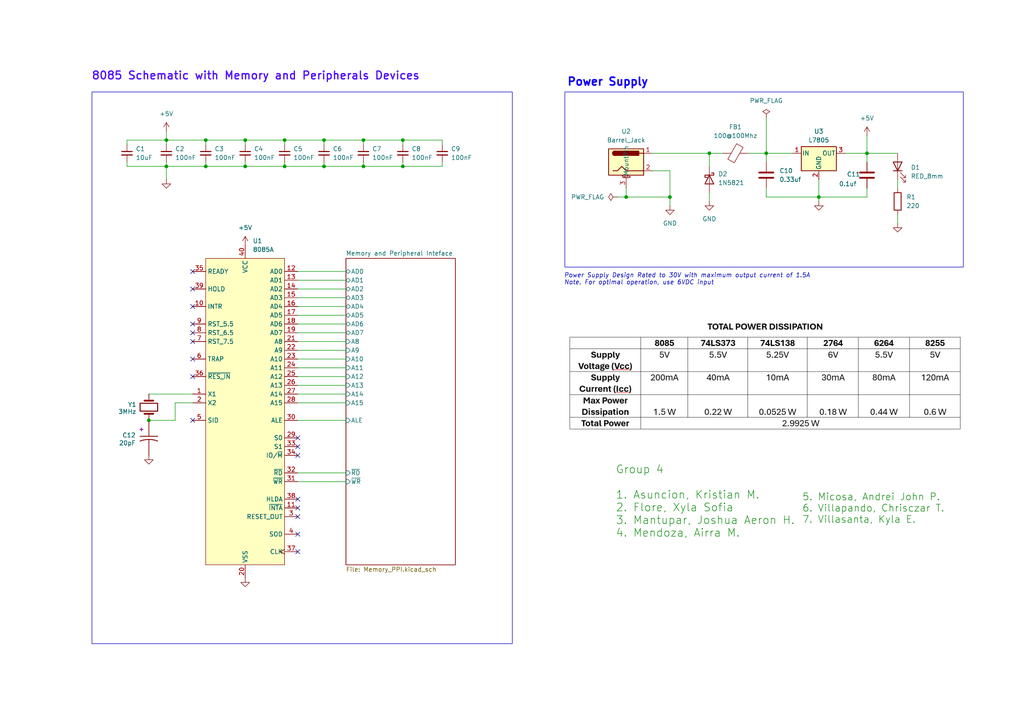
<source format=kicad_sch>
(kicad_sch (version 20231120) (generator "eeschema") (generator_version "8.0")
  (paper "A4")
  (title_block (title "8085 Schematic with Memory and Peripherals Devies") (date "2024-04-23"))
  (lib_symbols
    (symbol "Barrel_Jack:Barrel_Jack"
      (property "Reference" "U" (at 2.286 7.366 0))
      (property "Value" "Barrel_Jack" (at 7.112 5.334 0))
      (symbol "Barrel_Jack_0_1"
        (rectangle (start -5.08 3.81) (end 5.08 -3.81) (stroke (width 0.254)) (fill (type background)))
        (arc (start -3.302 3.175) (mid -3.9343 2.54) (end -3.302 1.905) (stroke (width 0.254)))
        (arc (start -3.302 3.175) (mid -3.9343 2.54) (end -3.302 1.905) (stroke (width 0.254)) (fill (type outline)))
        (polyline (pts (xy 5.08 2.54) (xy 3.81 2.54)) (stroke (width 0.254)))
        (polyline (pts (xy -3.81 -2.54) (xy -2.54 -2.54) (xy -1.27 -1.27) (xy 0 -2.54) (xy 2.54 -2.54) (xy 5.08 -2.54)) (stroke (width 0.254)))
        (rectangle (start 3.683 3.175) (end -3.302 1.905) (stroke (width 0.254)) (fill (type outline)))
      )
      (symbol "Barrel_Jack_1_1"
        (polyline (pts (xy -1.016 -4.572) (xy 1.016 -4.572)) (stroke (width 0.1524)))
        (text "Mounting" (at 0 -4.191 0) (effects (font (size 0.381 0.381))))
        (pin passive line (at 7.62 2.54 180) (length 2.54) (name "~") (number "1"))
        (pin passive line (at 7.62 -2.54 180) (length 2.54) (name "~") (number "2"))
        (pin passive line (at 0 -7.62 90) (length 3.048) (name "MountPin") (number "3"))
      )
    )
    (symbol "Device:C" (pin_numbers hide) (pin_names (offset 0.254))
      (property "Reference" "C" (at 0.635 2.54 0))
      (property "Value" "C" (at 0.635 -2.54 0))
      (symbol "C_0_1"
        (polyline (pts (xy -2.032 -0.762) (xy 2.032 -0.762)) (stroke (width 0.508)))
        (polyline (pts (xy -2.032 0.762) (xy 2.032 0.762)) (stroke (width 0.508)))
      )
      (symbol "C_1_1"
        (pin passive line (at 0 3.81 270) (length 2.794) (name "~") (number "1"))
        (pin passive line (at 0 -3.81 90) (length 2.794) (name "~") (number "2"))
      )
    )
    (symbol "Device:C_Small" (pin_numbers hide) (pin_names (offset 0.254) hide)
      (property "Reference" "C" (at 0.254 1.778 0))
      (property "Value" "C_Small" (at 0.254 -2.032 0))
      (symbol "C_Small_0_1"
        (polyline (pts (xy -1.524 -0.508) (xy 1.524 -0.508)) (stroke (width 0.3302)))
        (polyline (pts (xy -1.524 0.508) (xy 1.524 0.508)) (stroke (width 0.3048)))
      )
      (symbol "C_Small_1_1"
        (pin passive line (at 0 2.54 270) (length 2.032) (name "~") (number "1"))
        (pin passive line (at 0 -2.54 90) (length 2.032) (name "~") (number "2"))
      )
    )
    (symbol "Device:Crystal" (pin_numbers hide) (pin_names (offset 1.016) hide)
      (property "Reference" "Y" (at 0 3.81 0))
      (property "Value" "Crystal" (at 0 -3.81 0))
      (symbol "Crystal_0_1"
        (rectangle (start -1.143 2.54) (end 1.143 -2.54) (stroke (width 0.3048)))
        (polyline (pts (xy -2.54 0) (xy -1.905 0)))
        (polyline (pts (xy -1.905 -1.27) (xy -1.905 1.27)) (stroke (width 0.508)))
        (polyline (pts (xy 1.905 -1.27) (xy 1.905 1.27)) (stroke (width 0.508)))
        (polyline (pts (xy 2.54 0) (xy 1.905 0)))
      )
      (symbol "Crystal_1_1"
        (pin passive line (at -3.81 0 0) (length 1.27) (name "1") (number "1"))
        (pin passive line (at 3.81 0 180) (length 1.27) (name "2") (number "2"))
      )
    )
    (symbol "Device:FerriteBead" (pin_numbers hide) (pin_names (offset 0))
      (property "Reference" "FB" (at -3.81 0.635 90))
      (property "Value" "FerriteBead" (at 3.81 0 90))
      (symbol "FerriteBead_0_1"
        (polyline (pts (xy 0 -1.27) (xy 0 -1.2192)))
        (polyline (pts (xy 0 1.27) (xy 0 1.2954)))
        (polyline (pts (xy -2.7686 0.4064) (xy -1.7018 2.2606) (xy 2.7686 -0.3048) (xy 1.6764 -2.159) (xy -2.7686 0.4064)))
      )
      (symbol "FerriteBead_1_1"
        (pin passive line (at 0 3.81 270) (length 2.54) (name "~") (number "1"))
        (pin passive line (at 0 -3.81 90) (length 2.54) (name "~") (number "2"))
      )
    )
    (symbol "Device:LED" (pin_numbers hide) (pin_names (offset 1.016) hide)
      (property "Reference" "D" (at 0 2.54 0))
      (property "Value" "LED" (at 0 -2.54 0))
      (symbol "LED_0_1"
        (polyline (pts (xy -1.27 -1.27) (xy -1.27 1.27)) (stroke (width 0.254)))
        (polyline (pts (xy -1.27 0) (xy 1.27 0)))
        (polyline (pts (xy 1.27 -1.27) (xy 1.27 1.27) (xy -1.27 0) (xy 1.27 -1.27)) (stroke (width 0.254)))
        (polyline (pts (xy -3.048 -0.762) (xy -4.572 -2.286) (xy -3.81 -2.286) (xy -4.572 -2.286) (xy -4.572 -1.524)))
        (polyline (pts (xy -1.778 -0.762) (xy -3.302 -2.286) (xy -2.54 -2.286) (xy -3.302 -2.286) (xy -3.302 -1.524)))
      )
      (symbol "LED_1_1"
        (pin passive line (at -3.81 0 0) (length 2.54) (name "K") (number "1"))
        (pin passive line (at 3.81 0 180) (length 2.54) (name "A") (number "2"))
      )
    )
    (symbol "Device:R" (pin_numbers hide) (pin_names (offset 0))
      (property "Reference" "R" (at 2.032 0 90))
      (property "Value" "R" (at 0 0 90))
      (symbol "R_0_1"
        (rectangle (start -1.016 -2.54) (end 1.016 2.54) (stroke (width 0.254)))
      )
      (symbol "R_1_1"
        (pin passive line (at 0 3.81 270) (length 1.27) (name "~") (number "1"))
        (pin passive line (at 0 -3.81 90) (length 1.27) (name "~") (number "2"))
      )
    )
    (symbol "Diode:1N5821" (pin_numbers hide) (pin_names (offset 1.016) hide)
      (property "Reference" "D" (at 0 2.54 0))
      (property "Value" "1N5821" (at 0 -2.54 0))
      (symbol "1N5821_0_1"
        (polyline (pts (xy 1.27 0) (xy -1.27 0)))
        (polyline (pts (xy 1.27 1.27) (xy 1.27 -1.27) (xy -1.27 0) (xy 1.27 1.27)) (stroke (width 0.254)))
        (polyline (pts (xy -1.905 0.635) (xy -1.905 1.27) (xy -1.27 1.27) (xy -1.27 -1.27) (xy -0.635 -1.27) (xy -0.635 -0.635)) (stroke (width 0.254)))
      )
      (symbol "1N5821_1_1"
        (pin passive line (at -3.81 0 0) (length 2.54) (name "K") (number "1"))
        (pin passive line (at 3.81 0 180) (length 2.54) (name "A") (number "2"))
      )
    )
    (symbol "Intel_8085:8085"
      (property "Reference" "U" (at 8.636 45.466 0))
      (property "Value" "8085A" (at -10.16 36.83 0))
      (symbol "8085_0_1"
        (rectangle (start -11.43 44.45) (end 11.43 -44.45) (fill (type background)))
      )
      (symbol "8085_1_0"
        (pin input line (at -15.24 5.08 0) (length 3.81) (name "X1") (number "1"))
        (pin input line (at -15.24 30.48 0) (length 3.81) (name "INTR") (number "10"))
        (pin output line (at 15.24 -27.94 180) (length 3.81) (name "~{INTA}") (number "11"))
        (pin bidirectional line (at 15.24 40.64 180) (length 3.81) (name "AD0") (number "12"))
        (pin bidirectional line (at 15.24 38.1 180) (length 3.81) (name "AD1") (number "13"))
        (pin bidirectional line (at 15.24 35.56 180) (length 3.81) (name "AD2") (number "14"))
        (pin bidirectional line (at 15.24 33.02 180) (length 3.81) (name "AD3") (number "15"))
        (pin bidirectional line (at 15.24 30.48 180) (length 3.81) (name "AD4") (number "16"))
        (pin bidirectional line (at 15.24 27.94 180) (length 3.81) (name "AD5") (number "17"))
        (pin bidirectional line (at 15.24 25.4 180) (length 3.81) (name "AD6") (number "18"))
        (pin bidirectional line (at 15.24 22.86 180) (length 3.81) (name "AD7") (number "19"))
        (pin input line (at -15.24 2.54 0) (length 3.81) (name "X2") (number "2"))
        (pin power_in line (at 0 -48.26 90) (length 3.81) (name "VSS") (number "20"))
        (pin output line (at 15.24 20.32 180) (length 3.81) (name "A8") (number "21"))
        (pin output line (at 15.24 17.78 180) (length 3.81) (name "A9") (number "22"))
        (pin output line (at 15.24 15.24 180) (length 3.81) (name "A10") (number "23"))
        (pin output line (at 15.24 12.7 180) (length 3.81) (name "A11") (number "24"))
        (pin output line (at 15.24 10.16 180) (length 3.81) (name "A12") (number "25"))
        (pin output line (at 15.24 7.62 180) (length 3.81) (name "A13") (number "26"))
        (pin output line (at 15.24 5.08 180) (length 3.81) (name "A14") (number "27"))
        (pin output line (at 15.24 2.54 180) (length 3.81) (name "A15") (number "28"))
        (pin output line (at 15.24 -7.62 180) (length 3.81) (name "S0") (number "29"))
        (pin output line (at 15.24 -30.48 180) (length 3.81) (name "RESET_OUT") (number "3"))
        (pin output line (at 15.24 -2.54 180) (length 3.81) (name "ALE") (number "30"))
        (pin output line (at 15.24 -20.32 180) (length 3.81) (name "~{WR}") (number "31"))
        (pin output line (at 15.24 -17.78 180) (length 3.81) (name "~{RD}") (number "32"))
        (pin output line (at 15.24 -10.16 180) (length 3.81) (name "S1") (number "33"))
        (pin input line (at 15.24 -12.7 180) (length 3.81) (name "IO/~{M}") (number "34"))
        (pin input line (at -15.24 40.64 0) (length 3.81) (name "READY") (number "35"))
        (pin input line (at -15.24 10.16 0) (length 3.81) (name "~{RES_IN}") (number "36"))
        (pin output clock (at 15.24 -40.64 180) (length 3.81) (name "CLK") (number "37"))
        (pin output line (at 15.24 -25.4 180) (length 3.81) (name "HLDA") (number "38"))
        (pin input line (at -15.24 35.56 0) (length 3.81) (name "HOLD") (number "39"))
        (pin output line (at 15.24 -35.56 180) (length 3.81) (name "SOD") (number "4"))
        (pin power_in line (at 0 48.26 270) (length 3.81) (name "VCC") (number "40"))
        (pin input line (at -15.24 -2.54 0) (length 3.81) (name "SID") (number "5"))
        (pin input line (at -15.24 15.24 0) (length 3.81) (name "TRAP") (number "6"))
        (pin input line (at -15.24 20.32 0) (length 3.81) (name "RST_7.5") (number "7"))
        (pin input line (at -15.24 22.86 0) (length 3.81) (name "RST_6.5") (number "8"))
        (pin input line (at -15.24 25.4 0) (length 3.81) (name "RST_5.5") (number "9"))
      )
    )
    (symbol "PCM_Generic:C,IEEE" (pin_numbers hide) (pin_names (offset 0) hide)
      (property "Reference" "C" (at 2.54 2.54 0))
      (property "Value" "C,IEEE" (at 2.54 -2.54 0))
      (property "Indicator" "+" (at -2.54 2.54 0))
      (symbol "C,IEEE_1_1"
        (polyline (pts (xy -2.54 0.4572) (xy 2.54 0.4572)) (stroke (width 0.254)))
        (arc (start 2.54 -0.9144) (mid 0 -0.4576) (end -2.54 -0.9144) (stroke (width 0.254)))
        (pin passive line (at 0 5.08 270) (length 4.6228) (name "+") (number "1"))
        (pin passive line (at 0 -5.08 90) (length 4.6228) (name "-") (number "2"))
      )
    )
    (symbol "Regulator_Linear:L7805" (pin_names (offset 0.254))
      (property "Reference" "U" (at -3.81 3.175 0))
      (property "Value" "L7805" (at 0 3.175 0))
      (symbol "L7805_0_1"
        (rectangle (start -5.08 1.905) (end 5.08 -5.08) (stroke (width 0.254)) (fill (type background)))
      )
      (symbol "L7805_1_1"
        (pin power_in line (at -7.62 0 0) (length 2.54) (name "IN") (number "1"))
        (pin power_in line (at 0 -7.62 90) (length 2.54) (name "GND") (number "2"))
        (pin power_out line (at 7.62 0 180) (length 2.54) (name "OUT") (number "3"))
      )
    )
    (symbol "power:+5V" (power) (pin_numbers hide) (pin_names (offset 0) hide)
      (property "Value" "+5V" (at 0 3.556 0))
      (symbol "+5V_0_1"
        (polyline (pts (xy -0.762 1.27) (xy 0 2.54)))
        (polyline (pts (xy 0 0) (xy 0 2.54)))
        (polyline (pts (xy 0 2.54) (xy 0.762 1.27)))
      )
      (symbol "+5V_1_1"
        (pin power_in line (at 0 0 90) (length 0) (name "~") (number "1"))
      )
    )
    (symbol "power:GND" (power) (pin_numbers hide) (pin_names (offset 0) hide)
      (property "Value" "GND" (at 0 -3.81 0))
      (symbol "GND_0_1"
        (polyline (pts (xy 0 0) (xy 0 -1.27) (xy 1.27 -1.27) (xy 0 -2.54) (xy -1.27 -1.27) (xy 0 -1.27)))
      )
      (symbol "GND_1_1"
        (pin power_in line (at 0 0 270) (length 0) (name "~") (number "1"))
      )
    )
    (symbol "power:PWR_FLAG" (power) (pin_numbers hide) (pin_names (offset 0) hide)
      (property "Value" "PWR_FLAG" (at 0 3.81 0))
      (symbol "PWR_FLAG_0_0"
        (pin power_out line (at 0 0 90) (length 0) (name "~") (number "1"))
      )
      (symbol "PWR_FLAG_0_1"
        (polyline (pts (xy 0 0) (xy 0 1.27) (xy -1.016 1.905) (xy 0 2.54) (xy 1.016 1.905) (xy 0 1.27)))
      )
    )
    (symbol "power:VCC" (power) (pin_numbers hide) (pin_names (offset 0) hide)
      (property "Value" "VCC" (at 0 3.556 0))
      (symbol "VCC_0_1"
        (polyline (pts (xy -0.762 1.27) (xy 0 2.54)))
        (polyline (pts (xy 0 0) (xy 0 2.54)))
        (polyline (pts (xy 0 2.54) (xy 0.762 1.27)))
      )
      (symbol "VCC_1_1"
        (pin power_in line (at 0 0 90) (length 0) (name "~") (number "1"))
      )
    )
  )
  (junction (at 205.74 44.45))
  (junction (at 105.41 40.64))
  (junction (at 82.55 40.64))
  (junction (at 116.84 48.26))
  (junction (at 251.46 44.45))
  (junction (at 71.12 40.64))
  (junction (at 59.69 48.26))
  (junction (at 194.31 57.15))
  (junction (at 43.18 121.92))
  (junction (at 181.61 57.15))
  (junction (at 82.55 48.26))
  (junction (at 59.69 40.64))
  (junction (at 48.26 40.64))
  (junction (at 237.49 57.15))
  (junction (at 93.98 48.26))
  (junction (at 116.84 40.64))
  (junction (at 71.12 48.26))
  (junction (at 48.26 48.26))
  (junction (at 93.98 40.64))
  (junction (at 222.25 44.45))
  (junction (at 105.41 48.26))
  (no_connect (at 86.36 154.94))
  (no_connect (at 86.36 160.02))
  (no_connect (at 55.88 83.82))
  (no_connect (at 55.88 121.92))
  (no_connect (at 55.88 93.98))
  (no_connect (at 55.88 78.74))
  (no_connect (at 86.36 132.08))
  (no_connect (at 55.88 96.52))
  (no_connect (at 55.88 109.22))
  (no_connect (at 55.88 99.06))
  (no_connect (at 55.88 104.14))
  (no_connect (at 86.36 129.54))
  (no_connect (at 86.36 127))
  (no_connect (at 86.36 147.32))
  (no_connect (at 86.36 144.78))
  (no_connect (at 55.88 88.9))
  (no_connect (at 86.36 149.86))
  (wire (pts (xy 86.36 106.68) (xy 100.33 106.68)))
  (wire (pts (xy 179.07 57.15) (xy 181.61 57.15)))
  (wire (pts (xy 48.26 46.99) (xy 48.26 48.26)))
  (wire (pts (xy 260.35 62.23) (xy 260.35 64.77)))
  (wire (pts (xy 48.26 48.26) (xy 48.26 52.07)))
  (wire (pts (xy 86.36 121.92) (xy 100.33 121.92)))
  (wire (pts (xy 222.25 57.15) (xy 237.49 57.15)))
  (wire (pts (xy 86.36 96.52) (xy 100.33 96.52)))
  (wire (pts (xy 86.36 99.06) (xy 100.33 99.06)))
  (wire (pts (xy 116.84 48.26) (xy 128.27 48.26)))
  (wire (pts (xy 82.55 48.26) (xy 93.98 48.26)))
  (wire (pts (xy 59.69 40.64) (xy 71.12 40.64)))
  (wire (pts (xy 237.49 58.42) (xy 237.49 57.15)))
  (wire (pts (xy 116.84 46.99) (xy 116.84 48.26)))
  (wire (pts (xy 71.12 40.64) (xy 82.55 40.64)))
  (wire (pts (xy 86.36 137.16) (xy 100.33 137.16)))
  (wire (pts (xy 222.25 34.29) (xy 222.25 44.45)))
  (wire (pts (xy 260.35 52.07) (xy 260.35 54.61)))
  (wire (pts (xy 251.46 44.45) (xy 260.35 44.45)))
  (wire (pts (xy 181.61 57.15) (xy 194.31 57.15)))
  (wire (pts (xy 251.46 46.99) (xy 251.46 44.45)))
  (wire (pts (xy 59.69 40.64) (xy 59.69 41.91)))
  (wire (pts (xy 86.36 109.22) (xy 100.33 109.22)))
  (wire (pts (xy 86.36 83.82) (xy 100.33 83.82)))
  (wire (pts (xy 48.26 38.1) (xy 48.26 40.64)))
  (wire (pts (xy 86.36 88.9) (xy 100.33 88.9)))
  (wire (pts (xy 181.61 54.61) (xy 181.61 57.15)))
  (wire (pts (xy 116.84 41.91) (xy 116.84 40.64)))
  (wire (pts (xy 105.41 46.99) (xy 105.41 48.26)))
  (wire (pts (xy 86.36 111.76) (xy 100.33 111.76)))
  (wire (pts (xy 82.55 46.99) (xy 82.55 48.26)))
  (wire (pts (xy 222.25 44.45) (xy 229.87 44.45)))
  (wire (pts (xy 86.36 101.6) (xy 100.33 101.6)))
  (wire (pts (xy 189.23 49.53) (xy 194.31 49.53)))
  (wire (pts (xy 237.49 52.07) (xy 237.49 57.15)))
  (wire (pts (xy 86.36 91.44) (xy 100.33 91.44)))
  (wire (pts (xy 48.26 48.26) (xy 59.69 48.26)))
  (wire (pts (xy 194.31 49.53) (xy 194.31 57.15)))
  (wire (pts (xy 43.18 121.92) (xy 50.8 121.92)))
  (wire (pts (xy 251.46 57.15) (xy 237.49 57.15)))
  (wire (pts (xy 105.41 48.26) (xy 116.84 48.26)))
  (wire (pts (xy 59.69 48.26) (xy 71.12 48.26)))
  (wire (pts (xy 128.27 40.64) (xy 116.84 40.64)))
  (wire (pts (xy 71.12 48.26) (xy 82.55 48.26)))
  (wire (pts (xy 105.41 40.64) (xy 116.84 40.64)))
  (wire (pts (xy 86.36 104.14) (xy 100.33 104.14)))
  (wire (pts (xy 209.55 44.45) (xy 205.74 44.45)))
  (wire (pts (xy 86.36 114.3) (xy 100.33 114.3)))
  (wire (pts (xy 82.55 40.64) (xy 93.98 40.64)))
  (wire (pts (xy 86.36 93.98) (xy 100.33 93.98)))
  (wire (pts (xy 55.88 116.84) (xy 50.8 116.84)))
  (wire (pts (xy 86.36 86.36) (xy 100.33 86.36)))
  (wire (pts (xy 86.36 78.74) (xy 100.33 78.74)))
  (wire (pts (xy 48.26 40.64) (xy 59.69 40.64)))
  (wire (pts (xy 245.11 44.45) (xy 251.46 44.45)))
  (wire (pts (xy 217.17 44.45) (xy 222.25 44.45)))
  (wire (pts (xy 205.74 44.45) (xy 205.74 48.26)))
  (wire (pts (xy 82.55 40.64) (xy 82.55 41.91)))
  (wire (pts (xy 43.18 114.3) (xy 55.88 114.3)))
  (wire (pts (xy 205.74 55.88) (xy 205.74 58.42)))
  (wire (pts (xy 59.69 46.99) (xy 59.69 48.26)))
  (wire (pts (xy 36.83 48.26) (xy 48.26 48.26)))
  (wire (pts (xy 93.98 40.64) (xy 93.98 41.91)))
  (wire (pts (xy 86.36 139.7) (xy 100.33 139.7)))
  (wire (pts (xy 93.98 40.64) (xy 105.41 40.64)))
  (wire (pts (xy 189.23 44.45) (xy 205.74 44.45)))
  (wire (pts (xy 222.25 54.61) (xy 222.25 57.15)))
  (wire (pts (xy 86.36 81.28) (xy 100.33 81.28)))
  (wire (pts (xy 93.98 48.26) (xy 105.41 48.26)))
  (wire (pts (xy 48.26 41.91) (xy 48.26 40.64)))
  (wire (pts (xy 128.27 46.99) (xy 128.27 48.26)))
  (wire (pts (xy 36.83 40.64) (xy 48.26 40.64)))
  (wire (pts (xy 36.83 41.91) (xy 36.83 40.64)))
  (wire (pts (xy 71.12 40.64) (xy 71.12 41.91)))
  (wire (pts (xy 86.36 116.84) (xy 100.33 116.84)))
  (wire (pts (xy 50.8 116.84) (xy 50.8 121.92)))
  (wire (pts (xy 194.31 57.15) (xy 194.31 59.69)))
  (wire (pts (xy 71.12 46.99) (xy 71.12 48.26)))
  (wire (pts (xy 251.46 54.61) (xy 251.46 57.15)))
  (wire (pts (xy 36.83 46.99) (xy 36.83 48.26)))
  (wire (pts (xy 222.25 46.99) (xy 222.25 44.45)))
  (wire (pts (xy 105.41 40.64) (xy 105.41 41.91)))
  (wire (pts (xy 251.46 39.37) (xy 251.46 44.45)))
  (wire (pts (xy 128.27 41.91) (xy 128.27 40.64)))
  (wire (pts (xy 93.98 46.99) (xy 93.98 48.26)))
  (rectangle (start 163.83 26.67) (end 279.4 77.47))
  (rectangle (start 26.67 26.67) (end 148.59 186.69))
  (image (at 222.25 109.22) (scale 0.45428))
  (text "Power Supply Design Rated to 30V with maximum output current of 1.5A \nNote. For optimal operation, use 6VDC input" (at 163.576 81.026 0) (effects (font (size 1.27 1.27) (italic yes)) (justify left)))
  (text "Group 4\n\n1. Asuncion, Kristian M. \n2. Flore, Xyla Sofia	\n3. Mantupar, Joshua Aeron H.\n4. Mendoza, Airra M." (at 178.562 145.542 0) (effects (font (size 2.286 2.286)) (justify left)))
  (text "Power Supply\n" (at 176.276 23.876 0) (effects (font (size 2.286 2.286) (thickness 0.4572) (bold yes))))
  (text "5. Micosa, Andrei John P.\n6. Villapando, Chrisczar T.\n7. Villasanta, Kyla E." (at 232.664 147.574 0) (effects (font (size 2.032 2.032)) (justify left)))
  (text "8085 Schematic with Memory and Peripherals Devices" (at 74.168 22.098 0) (effects (font (size 2.286 2.286) (thickness 0.3556) (bold yes))))
  (symbol (lib_id "Device:LED") (at 260.35 48.26 90) (unit 1)
    (property "Reference" "D1" (at 264.16 48.5774 90) (effects (justify right)))
    (property "Value" "RED_8mm" (at 264.16 51.1174 90) (effects (justify right)))
    (property "Footprint" "LED_THT:LED_D8.0mm" (effects (hide yes)))
    (property "Description" "Light emitting diode" (effects (hide yes)))
  )
  (symbol (lib_id "Intel_8085:8085") (at 71.12 119.38 0) (unit 1)
    (property "Reference" "U1" (at 73.3141 69.85 0) (effects (justify left)))
    (property "Value" "8085A" (at 73.3141 72.39 0) (effects (justify left)))
    (property "Footprint" "Package_DIP:DIP-40_W15.24mm" (effects (hide yes)))
    (property "Datasheet" "https://www.inf.pucrs.br/~calazans/undergrad/OAP/mat_microproc/intel-8085_datasheet.pdf" (effects (hide yes)))
  )
  (symbol (lib_id "power:GND") (at 260.35 64.77 0) (unit 1)
    (property "Reference" "#PWR07" (effects (hide yes)))
    (property "Value" "GND" (effects (hide yes)))
    (property "Description" "Power symbol creates a global label with name \"GND\" , ground" (effects (hide yes)))
  )
  (symbol (lib_id "Barrel_Jack:Barrel_Jack") (at 181.61 46.99 0) (unit 1)
    (property "Reference" "U2" (at 181.61 38.1 0))
    (property "Value" "Barrel_Jack" (at 181.61 40.64 0))
    (property "Footprint" "Connector_BarrelJack:BarrelJack_Horizontal" (effects (hide yes)))
  )
  (symbol (lib_id "power:PWR_FLAG") (at 222.25 34.29 0) (unit 1)
    (property "Reference" "#FLG01" (effects (hide yes)))
    (property "Value" "PWR_FLAG" (at 222.25 29.21 0))
    (property "Description" "Special symbol for telling ERC where power comes from" (effects (hide yes)))
  )
  (symbol (lib_id "Diode:1N5821") (at 205.74 52.07 270) (unit 1)
    (property "Reference" "D2" (at 208.28 50.4824 90) (effects (justify left)))
    (property "Value" "1N5821" (at 208.28 53.0224 90) (effects (justify left)))
    (property "Footprint" "Diode_THT:D_DO-201AD_P15.24mm_Horizontal" (effects (hide yes)))
    (property "Datasheet" "http://www.vishay.com/docs/88526/1n5820.pdf" (effects (hide yes)))
    (property "Description" "30V 3A Schottky Barrier Rectifier Diode, DO-201AD" (effects (hide yes)))
  )
  (symbol (lib_id "Device:Crystal") (at 43.18 118.11 270) (unit 1)
    (property "Reference" "Y1" (at 37.084 117.348 90) (effects (justify left)))
    (property "Value" "3MHz" (at 34.29 119.38 90) (effects (justify left)))
    (property "Footprint" "Crystal:Crystal_HC49-U_Vertical" (effects (hide yes)))
    (property "Description" "Two pin crystal" (effects (hide yes)))
  )
  (symbol (lib_id "Device:C_Small") (at 59.69 44.45 0) (unit 1)
    (property "Reference" "C3" (at 62.23 43.1862 0) (effects (justify left)))
    (property "Value" "100nF" (at 62.23 45.7262 0) (effects (justify left)))
    (property "Footprint" "Capacitor_THT:C_Disc_D4.3mm_W1.9mm_P5.00mm" (effects (hide yes)))
    (property "Description" "Unpolarized capacitor, small symbol" (effects (hide yes)))
  )
  (symbol (lib_id "power:GND") (at 71.12 167.64 0) (unit 1)
    (property "Reference" "#PWR010" (effects (hide yes)))
    (property "Value" "GND" (effects (hide yes)))
    (property "Description" "Power symbol creates a global label with name \"GND\" , ground" (effects (hide yes)))
  )
  (symbol (lib_id "Device:C_Small") (at 48.26 44.45 0) (unit 1)
    (property "Reference" "C2" (at 50.8 43.1862 0) (effects (justify left)))
    (property "Value" "100nF" (at 50.8 45.7262 0) (effects (justify left)))
    (property "Footprint" "Capacitor_THT:C_Disc_D4.3mm_W1.9mm_P5.00mm" (effects (hide yes)))
    (property "Description" "Unpolarized capacitor, small symbol" (effects (hide yes)))
  )
  (symbol (lib_id "power:+5V") (at 48.26 38.1 0) (unit 1)
    (property "Reference" "#PWR01" (effects (hide yes)))
    (property "Value" "+5V" (at 48.26 33.02 0))
    (property "Description" "Power symbol creates a global label with name \"+5V\"" (effects (hide yes)))
  )
  (symbol (lib_id "power:GND") (at 48.26 52.07 0) (unit 1)
    (property "Reference" "#PWR03" (effects (hide yes)))
    (property "Value" "GND" (effects (hide yes)))
    (property "Description" "Power symbol creates a global label with name \"GND\" , ground" (effects (hide yes)))
  )
  (symbol (lib_id "power:PWR_FLAG") (at 179.07 57.15 90) (unit 1)
    (property "Reference" "#FLG02" (effects (hide yes)))
    (property "Value" "PWR_FLAG" (at 175.26 57.1499 90) (effects (justify left)))
    (property "Description" "Special symbol for telling ERC where power comes from" (effects (hide yes)))
  )
  (symbol (lib_id "power:VCC") (at 251.46 39.37 0) (unit 1)
    (property "Reference" "#PWR02" (effects (hide yes)))
    (property "Value" "+5V" (at 251.46 34.29 0))
    (property "Description" "Power symbol creates a global label with name \"VCC\"" (effects (hide yes)))
  )
  (symbol (lib_id "Regulator_Linear:L7805") (at 237.49 44.45 0) (unit 1)
    (property "Reference" "U3" (at 237.49 38.1 0))
    (property "Value" "L7805" (at 237.49 40.64 0))
    (property "Footprint" "Package_TO_SOT_THT:TO-220-3_Vertical" (effects (hide yes)))
    (property "Datasheet" "http://www.st.com/content/ccc/resource/technical/document/datasheet/41/4f/b3/b0/12/d4/47/88/CD00000444.pdf/files/CD00000444.pdf/jcr:content/translations/en.CD00000444.pdf" (effects (hide yes)))
    (property "Description" "Positive 1.5A 35V Linear Regulator, Fixed Output 5V, TO-220/TO-263/TO-252" (effects (hide yes)))
  )
  (symbol (lib_id "Device:C_Small") (at 93.98 44.45 0) (unit 1)
    (property "Reference" "C6" (at 96.52 43.1862 0) (effects (justify left)))
    (property "Value" "100nF" (at 96.52 45.7262 0) (effects (justify left)))
    (property "Footprint" "Capacitor_THT:C_Disc_D4.3mm_W1.9mm_P5.00mm" (effects (hide yes)))
    (property "Description" "Unpolarized capacitor, small symbol" (effects (hide yes)))
  )
  (symbol (lib_id "power:GND") (at 205.74 58.42 0) (unit 1)
    (property "Reference" "#PWR04" (effects (hide yes)))
    (property "Value" "GND" (at 205.74 63.5 0))
    (property "Description" "Power symbol creates a global label with name \"GND\" , ground" (effects (hide yes)))
  )
  (symbol (lib_id "PCM_Generic:C,IEEE") (at 43.18 127 0) (unit 1)
    (property "Reference" "C12" (at 39.37 126.238 0) (effects (justify right)))
    (property "Value" "20pF" (at 39.37 128.4985 0) (effects (justify right)))
    (property "Footprint" "Capacitor_THT:CP_Radial_D5.0mm_P2.50mm" (effects (hide yes)))
    (property "Description" "capacitor, non-polarized/polar(ized)/bipolar (IEEE curved)" (effects (hide yes)))
    (property "Indicator" "+" (at 41.91 124.46 0) (effects (justify right)))
  )
  (symbol (lib_id "Device:FerriteBead") (at 213.36 44.45 90) (unit 1)
    (property "Reference" "FB1" (at 213.3092 36.83 90))
    (property "Value" "100@100Mhz" (at 213.3092 39.37 90))
    (property "Footprint" "Ferrite_THT:LairdTech_28C0236-0JW-10" (effects (hide yes)))
    (property "Description" "Ferrite bead" (effects (hide yes)))
  )
  (symbol (lib_id "Device:C_Small") (at 116.84 44.45 0) (unit 1)
    (property "Reference" "C8" (at 119.38 43.1862 0) (effects (justify left)))
    (property "Value" "100nF" (at 119.38 45.7262 0) (effects (justify left)))
    (property "Footprint" "Capacitor_THT:C_Disc_D4.3mm_W1.9mm_P5.00mm" (effects (hide yes)))
    (property "Description" "Unpolarized capacitor, small symbol" (effects (hide yes)))
  )
  (symbol (lib_id "power:VCC") (at 71.12 71.12 0) (unit 1)
    (property "Reference" "#PWR08" (effects (hide yes)))
    (property "Value" "+5V" (at 71.12 66.04 0))
    (property "Description" "Power symbol creates a global label with name \"VCC\"" (effects (hide yes)))
  )
  (symbol (lib_id "Device:C_Small") (at 128.27 44.45 0) (unit 1)
    (property "Reference" "C9" (at 130.81 43.1862 0) (effects (justify left)))
    (property "Value" "100nF" (at 130.81 45.7262 0) (effects (justify left)))
    (property "Footprint" "Capacitor_THT:C_Disc_D4.3mm_W1.9mm_P5.00mm" (effects (hide yes)))
    (property "Description" "Unpolarized capacitor, small symbol" (effects (hide yes)))
  )
  (symbol (lib_id "power:GND") (at 237.49 58.42 0) (unit 1)
    (property "Reference" "#PWR05" (effects (hide yes)))
    (property "Value" "GND" (effects (hide yes)))
    (property "Description" "Power symbol creates a global label with name \"GND\" , ground" (effects (hide yes)))
  )
  (symbol (lib_id "Device:C_Small") (at 36.83 44.45 0) (unit 1)
    (property "Reference" "C1" (at 39.37 43.1862 0) (effects (justify left)))
    (property "Value" "10uF" (at 39.37 45.7262 0) (effects (justify left)))
    (property "Footprint" "Capacitor_THT:CP_Radial_D8.0mm_P3.50mm" (effects (hide yes)))
    (property "Description" "Unpolarized capacitor, small symbol" (effects (hide yes)))
  )
  (symbol (lib_id "Device:R") (at 260.35 58.42 0) (unit 1)
    (property "Reference" "R1" (at 262.89 57.1499 0) (effects (justify left)))
    (property "Value" "220" (at 262.89 59.6899 0) (effects (justify left)))
    (property "Footprint" "Resistor_THT:R_Axial_DIN0207_L6.3mm_D2.5mm_P7.62mm_Horizontal" (effects (hide yes)))
    (property "Description" "Resistor" (effects (hide yes)))
  )
  (symbol (lib_id "power:GND") (at 194.31 59.69 0) (unit 1)
    (property "Reference" "#PWR06" (effects (hide yes)))
    (property "Value" "GND" (at 194.31 64.77 0))
    (property "Description" "Power symbol creates a global label with name \"GND\" , ground" (effects (hide yes)))
  )
  (symbol (lib_id "Device:C") (at 251.46 50.8 0) (unit 1)
    (property "Reference" "C11" (at 245.618 50.546 0) (effects (justify left)))
    (property "Value" "0.1uf" (at 243.332 53.34 0) (effects (justify left)))
    (property "Footprint" "Capacitor_THT:CP_Radial_D8.0mm_P3.50mm" (effects (hide yes)))
    (property "Description" "Unpolarized capacitor" (effects (hide yes)))
  )
  (symbol (lib_id "Device:C_Small") (at 71.12 44.45 0) (unit 1)
    (property "Reference" "C4" (at 73.66 43.1862 0) (effects (justify left)))
    (property "Value" "100nF" (at 73.66 45.7262 0) (effects (justify left)))
    (property "Footprint" "Capacitor_THT:C_Disc_D4.3mm_W1.9mm_P5.00mm" (effects (hide yes)))
    (property "Description" "Unpolarized capacitor, small symbol" (effects (hide yes)))
  )
  (symbol (lib_id "power:GND") (at 43.18 132.08 0) (unit 1)
    (property "Reference" "#PWR09" (effects (hide yes)))
    (property "Value" "GND" (effects (hide yes)))
    (property "Description" "Power symbol creates a global label with name \"GND\" , ground" (effects (hide yes)))
  )
  (symbol (lib_id "Device:C_Small") (at 82.55 44.45 0) (unit 1)
    (property "Reference" "C5" (at 85.09 43.1862 0) (effects (justify left)))
    (property "Value" "100nF" (at 85.09 45.7262 0) (effects (justify left)))
    (property "Footprint" "Capacitor_THT:C_Disc_D4.3mm_W1.9mm_P5.00mm" (effects (hide yes)))
    (property "Description" "Unpolarized capacitor, small symbol" (effects (hide yes)))
  )
  (symbol (lib_id "Device:C") (at 222.25 50.8 0) (unit 1)
    (property "Reference" "C10" (at 226.06 49.5299 0) (effects (justify left)))
    (property "Value" "0.33uf" (at 226.06 52.0699 0) (effects (justify left)))
    (property "Footprint" "Capacitor_THT:CP_Radial_D8.0mm_P3.50mm" (effects (hide yes)))
    (property "Description" "Unpolarized capacitor" (effects (hide yes)))
  )
  (symbol (lib_id "Device:C_Small") (at 105.41 44.45 0) (unit 1)
    (property "Reference" "C7" (at 107.95 43.1862 0) (effects (justify left)))
    (property "Value" "100nF" (at 107.95 45.7262 0) (effects (justify left)))
    (property "Footprint" "Capacitor_THT:C_Disc_D4.3mm_W1.9mm_P5.00mm" (effects (hide yes)))
    (property "Description" "Unpolarized capacitor, small symbol" (effects (hide yes)))
  )
  (sheet (at 100.33 74.93) (size 31.75 88.9) (stroke (width 0.1524))
    (property "Sheetname" "Memory and Peripheral Inteface" (at 100.33 74.2184 0) (effects (justify left bottom)))
    (property "Sheetfile" "Memory_PPI.kicad_sch" (at 100.33 164.4146 0) (effects (justify left top)))
    (pin "A14" input (at 100.33 114.3 180))
    (pin "A12" input (at 100.33 109.22 180))
    (pin "A13" input (at 100.33 111.76 180))
    (pin "A15" input (at 100.33 116.84 180))
    (pin "~{RD}" input (at 100.33 137.16 180))
    (pin "~{WR}" input (at 100.33 139.7 180))
    (pin "ALE" input (at 100.33 121.92 180))
    (pin "A11" input (at 100.33 106.68 180))
    (pin "A9" input (at 100.33 101.6 180))
    (pin "A10" input (at 100.33 104.14 180))
    (pin "A8" input (at 100.33 99.06 180))
    (pin "AD0" bidirectional (at 100.33 78.74 180))
    (pin "AD1" bidirectional (at 100.33 81.28 180))
    (pin "AD4" bidirectional (at 100.33 88.9 180))
    (pin "AD3" bidirectional (at 100.33 86.36 180))
    (pin "AD2" bidirectional (at 100.33 83.82 180))
    (pin "AD5" bidirectional (at 100.33 91.44 180))
    (pin "AD7" bidirectional (at 100.33 96.52 180))
    (pin "AD6" bidirectional (at 100.33 93.98 180))
  )
)
</source>
